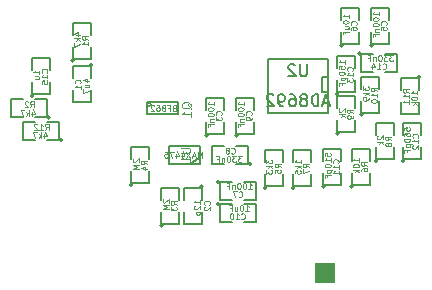
<source format=gbr>
%TF.GenerationSoftware,KiCad,Pcbnew,6.0.11+dfsg-1~bpo11+1*%
%TF.CreationDate,2023-04-12T12:13:45+00:00*%
%TF.ProjectId,PCRD01,50435244-3031-42e6-9b69-6361645f7063,rev?*%
%TF.SameCoordinates,Original*%
%TF.FileFunction,Legend,Bot*%
%TF.FilePolarity,Positive*%
%FSLAX46Y46*%
G04 Gerber Fmt 4.6, Leading zero omitted, Abs format (unit mm)*
G04 Created by KiCad (PCBNEW 6.0.11+dfsg-1~bpo11+1) date 2023-04-12 12:13:45*
%MOMM*%
%LPD*%
G01*
G04 APERTURE LIST*
%ADD10C,0.109220*%
%ADD11C,0.150000*%
%ADD12C,0.076200*%
%ADD13C,0.119380*%
%ADD14C,0.099060*%
%ADD15R,1.651000X1.651000*%
G04 APERTURE END LIST*
D10*
%TO.C,C1*%
X147431207Y-86053603D02*
X147455034Y-86029775D01*
X147478862Y-85958292D01*
X147478862Y-85910637D01*
X147455034Y-85839154D01*
X147407379Y-85791499D01*
X147359724Y-85767671D01*
X147264413Y-85743844D01*
X147192930Y-85743844D01*
X147097620Y-85767671D01*
X147049965Y-85791499D01*
X147002310Y-85839154D01*
X146978482Y-85910637D01*
X146978482Y-85958292D01*
X147002310Y-86029775D01*
X147026137Y-86053603D01*
X147478862Y-86530155D02*
X147478862Y-86244224D01*
X147478862Y-86387190D02*
X146978482Y-86387190D01*
X147049965Y-86339534D01*
X147097620Y-86291879D01*
X147121448Y-86244224D01*
X147843775Y-85894671D02*
X148177362Y-85894671D01*
X147653154Y-85775533D02*
X148010569Y-85656395D01*
X148010569Y-85966154D01*
X147843775Y-86371224D02*
X148177362Y-86371224D01*
X147843775Y-86156775D02*
X148105879Y-86156775D01*
X148153534Y-86180603D01*
X148177362Y-86228258D01*
X148177362Y-86299741D01*
X148153534Y-86347396D01*
X148129707Y-86371224D01*
X147676982Y-86561845D02*
X147676982Y-86895431D01*
X148177362Y-86680983D01*
%TO.C,C2*%
X158365907Y-96315203D02*
X158389734Y-96291375D01*
X158413562Y-96219892D01*
X158413562Y-96172237D01*
X158389734Y-96100754D01*
X158342079Y-96053099D01*
X158294424Y-96029271D01*
X158199113Y-96005444D01*
X158127630Y-96005444D01*
X158032320Y-96029271D01*
X157984665Y-96053099D01*
X157937010Y-96100754D01*
X157913182Y-96172237D01*
X157913182Y-96219892D01*
X157937010Y-96291375D01*
X157960837Y-96315203D01*
X157960837Y-96505824D02*
X157937010Y-96529651D01*
X157913182Y-96577307D01*
X157913182Y-96696445D01*
X157937010Y-96744100D01*
X157960837Y-96767928D01*
X158008492Y-96791755D01*
X158056148Y-96791755D01*
X158127630Y-96767928D01*
X158413562Y-96481996D01*
X158413562Y-96791755D01*
X157575362Y-96229327D02*
X157575362Y-95943395D01*
X157575362Y-96086361D02*
X157074982Y-96086361D01*
X157146465Y-96038706D01*
X157194120Y-95991050D01*
X157217948Y-95943395D01*
X157122637Y-96419948D02*
X157098810Y-96443775D01*
X157074982Y-96491430D01*
X157074982Y-96610569D01*
X157098810Y-96658224D01*
X157122637Y-96682051D01*
X157170292Y-96705879D01*
X157217948Y-96705879D01*
X157289430Y-96682051D01*
X157575362Y-96396120D01*
X157575362Y-96705879D01*
X157241775Y-96920328D02*
X157742155Y-96920328D01*
X157265603Y-96920328D02*
X157241775Y-96967983D01*
X157241775Y-97063293D01*
X157265603Y-97110949D01*
X157289430Y-97134776D01*
X157337086Y-97158604D01*
X157480051Y-97158604D01*
X157527707Y-97134776D01*
X157551534Y-97110949D01*
X157575362Y-97063293D01*
X157575362Y-96967983D01*
X157551534Y-96920328D01*
%TO.C,C3*%
X159369207Y-88720603D02*
X159393034Y-88696775D01*
X159416862Y-88625292D01*
X159416862Y-88577637D01*
X159393034Y-88506154D01*
X159345379Y-88458499D01*
X159297724Y-88434671D01*
X159202413Y-88410844D01*
X159130930Y-88410844D01*
X159035620Y-88434671D01*
X158987965Y-88458499D01*
X158940310Y-88506154D01*
X158916482Y-88577637D01*
X158916482Y-88625292D01*
X158940310Y-88696775D01*
X158964137Y-88720603D01*
X158916482Y-88887396D02*
X158916482Y-89197155D01*
X159107103Y-89030362D01*
X159107103Y-89101845D01*
X159130930Y-89149500D01*
X159154758Y-89173328D01*
X159202413Y-89197155D01*
X159321551Y-89197155D01*
X159369207Y-89173328D01*
X159393034Y-89149500D01*
X159416862Y-89101845D01*
X159416862Y-88958879D01*
X159393034Y-88911224D01*
X159369207Y-88887396D01*
X158718362Y-87902602D02*
X158718362Y-87616670D01*
X158718362Y-87759636D02*
X158217982Y-87759636D01*
X158289465Y-87711981D01*
X158337120Y-87664326D01*
X158360948Y-87616670D01*
X158217982Y-88212361D02*
X158217982Y-88260016D01*
X158241810Y-88307671D01*
X158265637Y-88331499D01*
X158313292Y-88355327D01*
X158408603Y-88379154D01*
X158527741Y-88379154D01*
X158623051Y-88355327D01*
X158670707Y-88331499D01*
X158694534Y-88307671D01*
X158718362Y-88260016D01*
X158718362Y-88212361D01*
X158694534Y-88164706D01*
X158670707Y-88140878D01*
X158623051Y-88117050D01*
X158527741Y-88093223D01*
X158408603Y-88093223D01*
X158313292Y-88117050D01*
X158265637Y-88140878D01*
X158241810Y-88164706D01*
X158217982Y-88212361D01*
X158217982Y-88688913D02*
X158217982Y-88736569D01*
X158241810Y-88784224D01*
X158265637Y-88808051D01*
X158313292Y-88831879D01*
X158408603Y-88855707D01*
X158527741Y-88855707D01*
X158623051Y-88831879D01*
X158670707Y-88808051D01*
X158694534Y-88784224D01*
X158718362Y-88736569D01*
X158718362Y-88688913D01*
X158694534Y-88641258D01*
X158670707Y-88617430D01*
X158623051Y-88593603D01*
X158527741Y-88569775D01*
X158408603Y-88569775D01*
X158313292Y-88593603D01*
X158265637Y-88617430D01*
X158241810Y-88641258D01*
X158217982Y-88688913D01*
X158384775Y-89070155D02*
X158718362Y-89070155D01*
X158432430Y-89070155D02*
X158408603Y-89093983D01*
X158384775Y-89141638D01*
X158384775Y-89213121D01*
X158408603Y-89260776D01*
X158456258Y-89284604D01*
X158718362Y-89284604D01*
X158456258Y-89689673D02*
X158456258Y-89522880D01*
X158718362Y-89522880D02*
X158217982Y-89522880D01*
X158217982Y-89761156D01*
%TO.C,C5*%
X173339207Y-81100603D02*
X173363034Y-81076775D01*
X173386862Y-81005292D01*
X173386862Y-80957637D01*
X173363034Y-80886154D01*
X173315379Y-80838499D01*
X173267724Y-80814671D01*
X173172413Y-80790844D01*
X173100930Y-80790844D01*
X173005620Y-80814671D01*
X172957965Y-80838499D01*
X172910310Y-80886154D01*
X172886482Y-80957637D01*
X172886482Y-81005292D01*
X172910310Y-81076775D01*
X172934137Y-81100603D01*
X172886482Y-81553328D02*
X172886482Y-81315051D01*
X173124758Y-81291224D01*
X173100930Y-81315051D01*
X173077103Y-81362707D01*
X173077103Y-81481845D01*
X173100930Y-81529500D01*
X173124758Y-81553328D01*
X173172413Y-81577155D01*
X173291551Y-81577155D01*
X173339207Y-81553328D01*
X173363034Y-81529500D01*
X173386862Y-81481845D01*
X173386862Y-81362707D01*
X173363034Y-81315051D01*
X173339207Y-81291224D01*
X172688362Y-80282602D02*
X172688362Y-79996670D01*
X172688362Y-80139636D02*
X172187982Y-80139636D01*
X172259465Y-80091981D01*
X172307120Y-80044326D01*
X172330948Y-79996670D01*
X172187982Y-80592361D02*
X172187982Y-80640016D01*
X172211810Y-80687671D01*
X172235637Y-80711499D01*
X172283292Y-80735327D01*
X172378603Y-80759154D01*
X172497741Y-80759154D01*
X172593051Y-80735327D01*
X172640707Y-80711499D01*
X172664534Y-80687671D01*
X172688362Y-80640016D01*
X172688362Y-80592361D01*
X172664534Y-80544706D01*
X172640707Y-80520878D01*
X172593051Y-80497050D01*
X172497741Y-80473223D01*
X172378603Y-80473223D01*
X172283292Y-80497050D01*
X172235637Y-80520878D01*
X172211810Y-80544706D01*
X172187982Y-80592361D01*
X172187982Y-81068913D02*
X172187982Y-81116569D01*
X172211810Y-81164224D01*
X172235637Y-81188051D01*
X172283292Y-81211879D01*
X172378603Y-81235707D01*
X172497741Y-81235707D01*
X172593051Y-81211879D01*
X172640707Y-81188051D01*
X172664534Y-81164224D01*
X172688362Y-81116569D01*
X172688362Y-81068913D01*
X172664534Y-81021258D01*
X172640707Y-80997430D01*
X172593051Y-80973603D01*
X172497741Y-80949775D01*
X172378603Y-80949775D01*
X172283292Y-80973603D01*
X172235637Y-80997430D01*
X172211810Y-81021258D01*
X172187982Y-81068913D01*
X172354775Y-81450155D02*
X172688362Y-81450155D01*
X172402430Y-81450155D02*
X172378603Y-81473983D01*
X172354775Y-81521638D01*
X172354775Y-81593121D01*
X172378603Y-81640776D01*
X172426258Y-81664604D01*
X172688362Y-81664604D01*
X172426258Y-82069673D02*
X172426258Y-81902880D01*
X172688362Y-81902880D02*
X172187982Y-81902880D01*
X172187982Y-82141156D01*
%TO.C,C6*%
X170799207Y-81100603D02*
X170823034Y-81076775D01*
X170846862Y-81005292D01*
X170846862Y-80957637D01*
X170823034Y-80886154D01*
X170775379Y-80838499D01*
X170727724Y-80814671D01*
X170632413Y-80790844D01*
X170560930Y-80790844D01*
X170465620Y-80814671D01*
X170417965Y-80838499D01*
X170370310Y-80886154D01*
X170346482Y-80957637D01*
X170346482Y-81005292D01*
X170370310Y-81076775D01*
X170394137Y-81100603D01*
X170346482Y-81529500D02*
X170346482Y-81434190D01*
X170370310Y-81386534D01*
X170394137Y-81362707D01*
X170465620Y-81315051D01*
X170560930Y-81291224D01*
X170751551Y-81291224D01*
X170799207Y-81315051D01*
X170823034Y-81338879D01*
X170846862Y-81386534D01*
X170846862Y-81481845D01*
X170823034Y-81529500D01*
X170799207Y-81553328D01*
X170751551Y-81577155D01*
X170632413Y-81577155D01*
X170584758Y-81553328D01*
X170560930Y-81529500D01*
X170537103Y-81481845D01*
X170537103Y-81386534D01*
X170560930Y-81338879D01*
X170584758Y-81315051D01*
X170632413Y-81291224D01*
X170148362Y-80520878D02*
X170148362Y-80234947D01*
X170148362Y-80377912D02*
X169647982Y-80377912D01*
X169719465Y-80330257D01*
X169767120Y-80282602D01*
X169790948Y-80234947D01*
X169647982Y-80830637D02*
X169647982Y-80878292D01*
X169671810Y-80925948D01*
X169695637Y-80949775D01*
X169743292Y-80973603D01*
X169838603Y-80997430D01*
X169957741Y-80997430D01*
X170053051Y-80973603D01*
X170100707Y-80949775D01*
X170124534Y-80925948D01*
X170148362Y-80878292D01*
X170148362Y-80830637D01*
X170124534Y-80782982D01*
X170100707Y-80759154D01*
X170053051Y-80735327D01*
X169957741Y-80711499D01*
X169838603Y-80711499D01*
X169743292Y-80735327D01*
X169695637Y-80759154D01*
X169671810Y-80782982D01*
X169647982Y-80830637D01*
X169814775Y-81426328D02*
X170148362Y-81426328D01*
X169814775Y-81211879D02*
X170076879Y-81211879D01*
X170124534Y-81235707D01*
X170148362Y-81283362D01*
X170148362Y-81354845D01*
X170124534Y-81402500D01*
X170100707Y-81426328D01*
X169886258Y-81831397D02*
X169886258Y-81664604D01*
X170148362Y-81664604D02*
X169647982Y-81664604D01*
X169647982Y-81902880D01*
%TO.C,C10*%
X161074272Y-97504407D02*
X161098100Y-97528234D01*
X161169583Y-97552062D01*
X161217238Y-97552062D01*
X161288721Y-97528234D01*
X161336376Y-97480579D01*
X161360204Y-97432924D01*
X161384031Y-97337613D01*
X161384031Y-97266130D01*
X161360204Y-97170820D01*
X161336376Y-97123165D01*
X161288721Y-97075510D01*
X161217238Y-97051682D01*
X161169583Y-97051682D01*
X161098100Y-97075510D01*
X161074272Y-97099337D01*
X160597720Y-97552062D02*
X160883651Y-97552062D01*
X160740686Y-97552062D02*
X160740686Y-97051682D01*
X160788341Y-97123165D01*
X160835996Y-97170820D01*
X160883651Y-97194648D01*
X160287961Y-97051682D02*
X160240306Y-97051682D01*
X160192650Y-97075510D01*
X160168823Y-97099337D01*
X160144995Y-97146992D01*
X160121168Y-97242303D01*
X160121168Y-97361441D01*
X160144995Y-97456751D01*
X160168823Y-97504407D01*
X160192650Y-97528234D01*
X160240306Y-97552062D01*
X160287961Y-97552062D01*
X160335616Y-97528234D01*
X160359444Y-97504407D01*
X160383271Y-97456751D01*
X160407099Y-97361441D01*
X160407099Y-97242303D01*
X160383271Y-97146992D01*
X160359444Y-97099337D01*
X160335616Y-97075510D01*
X160287961Y-97051682D01*
X161415721Y-96853562D02*
X161701652Y-96853562D01*
X161558687Y-96853562D02*
X161558687Y-96353182D01*
X161606342Y-96424665D01*
X161653997Y-96472320D01*
X161701652Y-96496148D01*
X161105962Y-96353182D02*
X161058307Y-96353182D01*
X161010651Y-96377010D01*
X160986824Y-96400837D01*
X160962996Y-96448492D01*
X160939169Y-96543803D01*
X160939169Y-96662941D01*
X160962996Y-96758251D01*
X160986824Y-96805907D01*
X161010651Y-96829734D01*
X161058307Y-96853562D01*
X161105962Y-96853562D01*
X161153617Y-96829734D01*
X161177445Y-96805907D01*
X161201272Y-96758251D01*
X161225100Y-96662941D01*
X161225100Y-96543803D01*
X161201272Y-96448492D01*
X161177445Y-96400837D01*
X161153617Y-96377010D01*
X161105962Y-96353182D01*
X160510271Y-96519975D02*
X160510271Y-96853562D01*
X160724720Y-96519975D02*
X160724720Y-96782079D01*
X160700892Y-96829734D01*
X160653237Y-96853562D01*
X160581754Y-96853562D01*
X160534099Y-96829734D01*
X160510271Y-96805907D01*
X160105202Y-96591458D02*
X160271995Y-96591458D01*
X160271995Y-96853562D02*
X160271995Y-96353182D01*
X160033719Y-96353182D01*
%TO.C,C12*%
X176006207Y-90641327D02*
X176030034Y-90617499D01*
X176053862Y-90546016D01*
X176053862Y-90498361D01*
X176030034Y-90426878D01*
X175982379Y-90379223D01*
X175934724Y-90355395D01*
X175839413Y-90331568D01*
X175767930Y-90331568D01*
X175672620Y-90355395D01*
X175624965Y-90379223D01*
X175577310Y-90426878D01*
X175553482Y-90498361D01*
X175553482Y-90546016D01*
X175577310Y-90617499D01*
X175601137Y-90641327D01*
X176053862Y-91117879D02*
X176053862Y-90831948D01*
X176053862Y-90974913D02*
X175553482Y-90974913D01*
X175624965Y-90927258D01*
X175672620Y-90879603D01*
X175696448Y-90831948D01*
X175601137Y-91308500D02*
X175577310Y-91332328D01*
X175553482Y-91379983D01*
X175553482Y-91499121D01*
X175577310Y-91546776D01*
X175601137Y-91570604D01*
X175648792Y-91594431D01*
X175696448Y-91594431D01*
X175767930Y-91570604D01*
X176053862Y-91284672D01*
X176053862Y-91594431D01*
X174854982Y-90037774D02*
X174854982Y-89799498D01*
X175093258Y-89775670D01*
X175069430Y-89799498D01*
X175045603Y-89847153D01*
X175045603Y-89966291D01*
X175069430Y-90013947D01*
X175093258Y-90037774D01*
X175140913Y-90061602D01*
X175260051Y-90061602D01*
X175307707Y-90037774D01*
X175331534Y-90013947D01*
X175355362Y-89966291D01*
X175355362Y-89847153D01*
X175331534Y-89799498D01*
X175307707Y-89775670D01*
X174854982Y-90490499D02*
X174854982Y-90395189D01*
X174878810Y-90347533D01*
X174902637Y-90323706D01*
X174974120Y-90276050D01*
X175069430Y-90252223D01*
X175260051Y-90252223D01*
X175307707Y-90276050D01*
X175331534Y-90299878D01*
X175355362Y-90347533D01*
X175355362Y-90442844D01*
X175331534Y-90490499D01*
X175307707Y-90514327D01*
X175260051Y-90538154D01*
X175140913Y-90538154D01*
X175093258Y-90514327D01*
X175069430Y-90490499D01*
X175045603Y-90442844D01*
X175045603Y-90347533D01*
X175069430Y-90299878D01*
X175093258Y-90276050D01*
X175140913Y-90252223D01*
X174854982Y-90847913D02*
X174854982Y-90895569D01*
X174878810Y-90943224D01*
X174902637Y-90967051D01*
X174950292Y-90990879D01*
X175045603Y-91014707D01*
X175164741Y-91014707D01*
X175260051Y-90990879D01*
X175307707Y-90967051D01*
X175331534Y-90943224D01*
X175355362Y-90895569D01*
X175355362Y-90847913D01*
X175331534Y-90800258D01*
X175307707Y-90776430D01*
X175260051Y-90752603D01*
X175164741Y-90728775D01*
X175045603Y-90728775D01*
X174950292Y-90752603D01*
X174902637Y-90776430D01*
X174878810Y-90800258D01*
X174854982Y-90847913D01*
X175021775Y-91229155D02*
X175522155Y-91229155D01*
X175045603Y-91229155D02*
X175021775Y-91276810D01*
X175021775Y-91372121D01*
X175045603Y-91419776D01*
X175069430Y-91443604D01*
X175117086Y-91467431D01*
X175260051Y-91467431D01*
X175307707Y-91443604D01*
X175331534Y-91419776D01*
X175355362Y-91372121D01*
X175355362Y-91276810D01*
X175331534Y-91229155D01*
X175093258Y-91848673D02*
X175093258Y-91681880D01*
X175355362Y-91681880D02*
X174854982Y-91681880D01*
X174854982Y-91920156D01*
%TO.C,C14*%
X173037672Y-84804407D02*
X173061500Y-84828234D01*
X173132983Y-84852062D01*
X173180638Y-84852062D01*
X173252121Y-84828234D01*
X173299776Y-84780579D01*
X173323604Y-84732924D01*
X173347431Y-84637613D01*
X173347431Y-84566130D01*
X173323604Y-84470820D01*
X173299776Y-84423165D01*
X173252121Y-84375510D01*
X173180638Y-84351682D01*
X173132983Y-84351682D01*
X173061500Y-84375510D01*
X173037672Y-84399337D01*
X172561120Y-84852062D02*
X172847051Y-84852062D01*
X172704086Y-84852062D02*
X172704086Y-84351682D01*
X172751741Y-84423165D01*
X172799396Y-84470820D01*
X172847051Y-84494648D01*
X172132223Y-84518475D02*
X172132223Y-84852062D01*
X172251361Y-84327854D02*
X172370499Y-84685269D01*
X172060740Y-84685269D01*
X173927156Y-83653182D02*
X173617397Y-83653182D01*
X173784190Y-83843803D01*
X173712708Y-83843803D01*
X173665052Y-83867630D01*
X173641225Y-83891458D01*
X173617397Y-83939113D01*
X173617397Y-84058251D01*
X173641225Y-84105907D01*
X173665052Y-84129734D01*
X173712708Y-84153562D01*
X173855673Y-84153562D01*
X173903329Y-84129734D01*
X173927156Y-84105907D01*
X173450604Y-83653182D02*
X173140845Y-83653182D01*
X173307638Y-83843803D01*
X173236155Y-83843803D01*
X173188500Y-83867630D01*
X173164672Y-83891458D01*
X173140845Y-83939113D01*
X173140845Y-84058251D01*
X173164672Y-84105907D01*
X173188500Y-84129734D01*
X173236155Y-84153562D01*
X173379121Y-84153562D01*
X173426776Y-84129734D01*
X173450604Y-84105907D01*
X172831086Y-83653182D02*
X172783430Y-83653182D01*
X172735775Y-83677010D01*
X172711948Y-83700837D01*
X172688120Y-83748492D01*
X172664292Y-83843803D01*
X172664292Y-83962941D01*
X172688120Y-84058251D01*
X172711948Y-84105907D01*
X172735775Y-84129734D01*
X172783430Y-84153562D01*
X172831086Y-84153562D01*
X172878741Y-84129734D01*
X172902569Y-84105907D01*
X172926396Y-84058251D01*
X172950224Y-83962941D01*
X172950224Y-83843803D01*
X172926396Y-83748492D01*
X172902569Y-83700837D01*
X172878741Y-83677010D01*
X172831086Y-83653182D01*
X172449844Y-83819975D02*
X172449844Y-84153562D01*
X172449844Y-83867630D02*
X172426016Y-83843803D01*
X172378361Y-83819975D01*
X172306878Y-83819975D01*
X172259223Y-83843803D01*
X172235395Y-83891458D01*
X172235395Y-84153562D01*
X171830326Y-83891458D02*
X171997119Y-83891458D01*
X171997119Y-84153562D02*
X171997119Y-83653182D01*
X171758843Y-83653182D01*
%TO.C,R1*%
X148113862Y-82370603D02*
X147875586Y-82203810D01*
X148113862Y-82084671D02*
X147613482Y-82084671D01*
X147613482Y-82275292D01*
X147637310Y-82322948D01*
X147661137Y-82346775D01*
X147708792Y-82370603D01*
X147780275Y-82370603D01*
X147827930Y-82346775D01*
X147851758Y-82322948D01*
X147875586Y-82275292D01*
X147875586Y-82084671D01*
X148113862Y-82847155D02*
X148113862Y-82561224D01*
X148113862Y-82704190D02*
X147613482Y-82704190D01*
X147684965Y-82656534D01*
X147732620Y-82608879D01*
X147756448Y-82561224D01*
X147081775Y-81981499D02*
X147415362Y-81981499D01*
X146891154Y-81862361D02*
X147248569Y-81743223D01*
X147248569Y-82052982D01*
X147415362Y-82243603D02*
X146914982Y-82243603D01*
X147224741Y-82291258D02*
X147415362Y-82434224D01*
X147081775Y-82434224D02*
X147272396Y-82243603D01*
X146914982Y-82601017D02*
X146914982Y-82934604D01*
X147415362Y-82720155D01*
%TO.C,R2*%
X143195696Y-88077862D02*
X143362490Y-87839586D01*
X143481628Y-88077862D02*
X143481628Y-87577482D01*
X143291007Y-87577482D01*
X143243351Y-87601310D01*
X143219524Y-87625137D01*
X143195696Y-87672792D01*
X143195696Y-87744275D01*
X143219524Y-87791930D01*
X143243351Y-87815758D01*
X143291007Y-87839586D01*
X143481628Y-87839586D01*
X143005075Y-87625137D02*
X142981248Y-87601310D01*
X142933592Y-87577482D01*
X142814454Y-87577482D01*
X142766799Y-87601310D01*
X142742971Y-87625137D01*
X142719144Y-87672792D01*
X142719144Y-87720448D01*
X142742971Y-87791930D01*
X143028903Y-88077862D01*
X142719144Y-88077862D01*
X143330800Y-88442775D02*
X143330800Y-88776362D01*
X143449938Y-88252154D02*
X143569076Y-88609569D01*
X143259317Y-88609569D01*
X143068696Y-88776362D02*
X143068696Y-88275982D01*
X143021041Y-88585741D02*
X142878075Y-88776362D01*
X142878075Y-88442775D02*
X143068696Y-88633396D01*
X142711282Y-88275982D02*
X142377695Y-88275982D01*
X142592144Y-88776362D01*
%TO.C,R5*%
X164407962Y-93165603D02*
X164169686Y-92998810D01*
X164407962Y-92879671D02*
X163907582Y-92879671D01*
X163907582Y-93070292D01*
X163931410Y-93117948D01*
X163955237Y-93141775D01*
X164002892Y-93165603D01*
X164074375Y-93165603D01*
X164122030Y-93141775D01*
X164145858Y-93117948D01*
X164169686Y-93070292D01*
X164169686Y-92879671D01*
X163907582Y-93618328D02*
X163907582Y-93380051D01*
X164145858Y-93356224D01*
X164122030Y-93380051D01*
X164098203Y-93427707D01*
X164098203Y-93546845D01*
X164122030Y-93594500D01*
X164145858Y-93618328D01*
X164193513Y-93642155D01*
X164312651Y-93642155D01*
X164360307Y-93618328D01*
X164384134Y-93594500D01*
X164407962Y-93546845D01*
X164407962Y-93427707D01*
X164384134Y-93380051D01*
X164360307Y-93356224D01*
X163170982Y-92514395D02*
X163170982Y-92824154D01*
X163361603Y-92657361D01*
X163361603Y-92728844D01*
X163385430Y-92776499D01*
X163409258Y-92800327D01*
X163456913Y-92824154D01*
X163576051Y-92824154D01*
X163623707Y-92800327D01*
X163647534Y-92776499D01*
X163671362Y-92728844D01*
X163671362Y-92585878D01*
X163647534Y-92538223D01*
X163623707Y-92514395D01*
X163671362Y-93038603D02*
X163170982Y-93038603D01*
X163480741Y-93086258D02*
X163671362Y-93229224D01*
X163337775Y-93229224D02*
X163528396Y-93038603D01*
X163170982Y-93396017D02*
X163170982Y-93705776D01*
X163361603Y-93538983D01*
X163361603Y-93610466D01*
X163385430Y-93658121D01*
X163409258Y-93681949D01*
X163456913Y-93705776D01*
X163576051Y-93705776D01*
X163623707Y-93681949D01*
X163647534Y-93658121D01*
X163671362Y-93610466D01*
X163671362Y-93467500D01*
X163647534Y-93419845D01*
X163623707Y-93396017D01*
%TO.C,R6*%
X171735862Y-93038603D02*
X171497586Y-92871810D01*
X171735862Y-92752671D02*
X171235482Y-92752671D01*
X171235482Y-92943292D01*
X171259310Y-92990948D01*
X171283137Y-93014775D01*
X171330792Y-93038603D01*
X171402275Y-93038603D01*
X171449930Y-93014775D01*
X171473758Y-92990948D01*
X171497586Y-92943292D01*
X171497586Y-92752671D01*
X171235482Y-93467500D02*
X171235482Y-93372190D01*
X171259310Y-93324534D01*
X171283137Y-93300707D01*
X171354620Y-93253051D01*
X171449930Y-93229224D01*
X171640551Y-93229224D01*
X171688207Y-93253051D01*
X171712034Y-93276879D01*
X171735862Y-93324534D01*
X171735862Y-93419845D01*
X171712034Y-93467500D01*
X171688207Y-93491328D01*
X171640551Y-93515155D01*
X171521413Y-93515155D01*
X171473758Y-93491328D01*
X171449930Y-93467500D01*
X171426103Y-93419845D01*
X171426103Y-93324534D01*
X171449930Y-93276879D01*
X171473758Y-93253051D01*
X171521413Y-93229224D01*
X171037362Y-92697154D02*
X171037362Y-92411223D01*
X171037362Y-92554189D02*
X170536982Y-92554189D01*
X170608465Y-92506533D01*
X170656120Y-92458878D01*
X170679948Y-92411223D01*
X170536982Y-93006913D02*
X170536982Y-93054569D01*
X170560810Y-93102224D01*
X170584637Y-93126051D01*
X170632292Y-93149879D01*
X170727603Y-93173707D01*
X170846741Y-93173707D01*
X170942051Y-93149879D01*
X170989707Y-93126051D01*
X171013534Y-93102224D01*
X171037362Y-93054569D01*
X171037362Y-93006913D01*
X171013534Y-92959258D01*
X170989707Y-92935430D01*
X170942051Y-92911603D01*
X170846741Y-92887775D01*
X170727603Y-92887775D01*
X170632292Y-92911603D01*
X170584637Y-92935430D01*
X170560810Y-92959258D01*
X170536982Y-93006913D01*
X171037362Y-93388155D02*
X170536982Y-93388155D01*
X170846741Y-93435810D02*
X171037362Y-93578776D01*
X170703775Y-93578776D02*
X170894396Y-93388155D01*
%TO.C,R7*%
X166782862Y-93165603D02*
X166544586Y-92998810D01*
X166782862Y-92879671D02*
X166282482Y-92879671D01*
X166282482Y-93070292D01*
X166306310Y-93117948D01*
X166330137Y-93141775D01*
X166377792Y-93165603D01*
X166449275Y-93165603D01*
X166496930Y-93141775D01*
X166520758Y-93117948D01*
X166544586Y-93070292D01*
X166544586Y-92879671D01*
X166282482Y-93332396D02*
X166282482Y-93665983D01*
X166782862Y-93451534D01*
X166084362Y-92824154D02*
X166084362Y-92538223D01*
X166084362Y-92681189D02*
X165583982Y-92681189D01*
X165655465Y-92633533D01*
X165703120Y-92585878D01*
X165726948Y-92538223D01*
X166084362Y-93038603D02*
X165583982Y-93038603D01*
X165893741Y-93086258D02*
X166084362Y-93229224D01*
X165750775Y-93229224D02*
X165941396Y-93038603D01*
X165583982Y-93681949D02*
X165583982Y-93443672D01*
X165822258Y-93419845D01*
X165798430Y-93443672D01*
X165774603Y-93491328D01*
X165774603Y-93610466D01*
X165798430Y-93658121D01*
X165822258Y-93681949D01*
X165869913Y-93705776D01*
X165989051Y-93705776D01*
X166036707Y-93681949D01*
X166060534Y-93658121D01*
X166084362Y-93610466D01*
X166084362Y-93491328D01*
X166060534Y-93443672D01*
X166036707Y-93419845D01*
%TO.C,R8*%
X173767862Y-90879603D02*
X173529586Y-90712810D01*
X173767862Y-90593671D02*
X173267482Y-90593671D01*
X173267482Y-90784292D01*
X173291310Y-90831948D01*
X173315137Y-90855775D01*
X173362792Y-90879603D01*
X173434275Y-90879603D01*
X173481930Y-90855775D01*
X173505758Y-90831948D01*
X173529586Y-90784292D01*
X173529586Y-90593671D01*
X173481930Y-91165534D02*
X173458103Y-91117879D01*
X173434275Y-91094051D01*
X173386620Y-91070224D01*
X173362792Y-91070224D01*
X173315137Y-91094051D01*
X173291310Y-91117879D01*
X173267482Y-91165534D01*
X173267482Y-91260845D01*
X173291310Y-91308500D01*
X173315137Y-91332328D01*
X173362792Y-91356155D01*
X173386620Y-91356155D01*
X173434275Y-91332328D01*
X173458103Y-91308500D01*
X173481930Y-91260845D01*
X173481930Y-91165534D01*
X173505758Y-91117879D01*
X173529586Y-91094051D01*
X173577241Y-91070224D01*
X173672551Y-91070224D01*
X173720207Y-91094051D01*
X173744034Y-91117879D01*
X173767862Y-91165534D01*
X173767862Y-91260845D01*
X173744034Y-91308500D01*
X173720207Y-91332328D01*
X173672551Y-91356155D01*
X173577241Y-91356155D01*
X173529586Y-91332328D01*
X173505758Y-91308500D01*
X173481930Y-91260845D01*
X172616637Y-90490499D02*
X172592810Y-90514327D01*
X172568982Y-90561982D01*
X172568982Y-90681120D01*
X172592810Y-90728775D01*
X172616637Y-90752603D01*
X172664292Y-90776430D01*
X172711948Y-90776430D01*
X172783430Y-90752603D01*
X173069362Y-90466671D01*
X173069362Y-90776430D01*
X173069362Y-90990879D02*
X172568982Y-90990879D01*
X172878741Y-91038534D02*
X173069362Y-91181500D01*
X172735775Y-91181500D02*
X172926396Y-90990879D01*
%TO.C,R9*%
X170516662Y-88568203D02*
X170278386Y-88401410D01*
X170516662Y-88282271D02*
X170016282Y-88282271D01*
X170016282Y-88472892D01*
X170040110Y-88520548D01*
X170063937Y-88544375D01*
X170111592Y-88568203D01*
X170183075Y-88568203D01*
X170230730Y-88544375D01*
X170254558Y-88520548D01*
X170278386Y-88472892D01*
X170278386Y-88282271D01*
X170516662Y-88806479D02*
X170516662Y-88901790D01*
X170492834Y-88949445D01*
X170469007Y-88973272D01*
X170397524Y-89020928D01*
X170302213Y-89044755D01*
X170111592Y-89044755D01*
X170063937Y-89020928D01*
X170040110Y-88997100D01*
X170016282Y-88949445D01*
X170016282Y-88854134D01*
X170040110Y-88806479D01*
X170063937Y-88782651D01*
X170111592Y-88758824D01*
X170230730Y-88758824D01*
X170278386Y-88782651D01*
X170302213Y-88806479D01*
X170326041Y-88854134D01*
X170326041Y-88949445D01*
X170302213Y-88997100D01*
X170278386Y-89020928D01*
X170230730Y-89044755D01*
X169365437Y-88179099D02*
X169341610Y-88202927D01*
X169317782Y-88250582D01*
X169317782Y-88369720D01*
X169341610Y-88417375D01*
X169365437Y-88441203D01*
X169413092Y-88465030D01*
X169460748Y-88465030D01*
X169532230Y-88441203D01*
X169818162Y-88155271D01*
X169818162Y-88465030D01*
X169818162Y-88679479D02*
X169317782Y-88679479D01*
X169627541Y-88727134D02*
X169818162Y-88870100D01*
X169484575Y-88870100D02*
X169675196Y-88679479D01*
%TO.C,R11*%
X175266462Y-86831327D02*
X175028186Y-86664533D01*
X175266462Y-86545395D02*
X174766082Y-86545395D01*
X174766082Y-86736016D01*
X174789910Y-86783671D01*
X174813737Y-86807499D01*
X174861392Y-86831327D01*
X174932875Y-86831327D01*
X174980530Y-86807499D01*
X175004358Y-86783671D01*
X175028186Y-86736016D01*
X175028186Y-86545395D01*
X175266462Y-87307879D02*
X175266462Y-87021948D01*
X175266462Y-87164913D02*
X174766082Y-87164913D01*
X174837565Y-87117258D01*
X174885220Y-87069603D01*
X174909048Y-87021948D01*
X175266462Y-87784431D02*
X175266462Y-87498500D01*
X175266462Y-87641466D02*
X174766082Y-87641466D01*
X174837565Y-87593810D01*
X174885220Y-87546155D01*
X174909048Y-87498500D01*
X175964962Y-86982154D02*
X175964962Y-86696223D01*
X175964962Y-86839189D02*
X175464582Y-86839189D01*
X175536065Y-86791533D01*
X175583720Y-86743878D01*
X175607548Y-86696223D01*
X175464582Y-87291913D02*
X175464582Y-87339569D01*
X175488410Y-87387224D01*
X175512237Y-87411051D01*
X175559892Y-87434879D01*
X175655203Y-87458707D01*
X175774341Y-87458707D01*
X175869651Y-87434879D01*
X175917307Y-87411051D01*
X175941134Y-87387224D01*
X175964962Y-87339569D01*
X175964962Y-87291913D01*
X175941134Y-87244258D01*
X175917307Y-87220430D01*
X175869651Y-87196603D01*
X175774341Y-87172775D01*
X175655203Y-87172775D01*
X175559892Y-87196603D01*
X175512237Y-87220430D01*
X175488410Y-87244258D01*
X175464582Y-87291913D01*
X175964962Y-87673155D02*
X175464582Y-87673155D01*
X175774341Y-87720810D02*
X175964962Y-87863776D01*
X175631375Y-87863776D02*
X175821996Y-87673155D01*
%TO.C,C11*%
X169275207Y-92800327D02*
X169299034Y-92776499D01*
X169322862Y-92705016D01*
X169322862Y-92657361D01*
X169299034Y-92585878D01*
X169251379Y-92538223D01*
X169203724Y-92514395D01*
X169108413Y-92490568D01*
X169036930Y-92490568D01*
X168941620Y-92514395D01*
X168893965Y-92538223D01*
X168846310Y-92585878D01*
X168822482Y-92657361D01*
X168822482Y-92705016D01*
X168846310Y-92776499D01*
X168870137Y-92800327D01*
X169322862Y-93276879D02*
X169322862Y-92990948D01*
X169322862Y-93133913D02*
X168822482Y-93133913D01*
X168893965Y-93086258D01*
X168941620Y-93038603D01*
X168965448Y-92990948D01*
X169322862Y-93753431D02*
X169322862Y-93467500D01*
X169322862Y-93610466D02*
X168822482Y-93610466D01*
X168893965Y-93562810D01*
X168941620Y-93515155D01*
X168965448Y-93467500D01*
X168123982Y-92196774D02*
X168123982Y-91958498D01*
X168362258Y-91934670D01*
X168338430Y-91958498D01*
X168314603Y-92006153D01*
X168314603Y-92125291D01*
X168338430Y-92172947D01*
X168362258Y-92196774D01*
X168409913Y-92220602D01*
X168529051Y-92220602D01*
X168576707Y-92196774D01*
X168600534Y-92172947D01*
X168624362Y-92125291D01*
X168624362Y-92006153D01*
X168600534Y-91958498D01*
X168576707Y-91934670D01*
X168624362Y-92697154D02*
X168624362Y-92411223D01*
X168624362Y-92554189D02*
X168123982Y-92554189D01*
X168195465Y-92506533D01*
X168243120Y-92458878D01*
X168266948Y-92411223D01*
X168123982Y-93006913D02*
X168123982Y-93054569D01*
X168147810Y-93102224D01*
X168171637Y-93126051D01*
X168219292Y-93149879D01*
X168314603Y-93173707D01*
X168433741Y-93173707D01*
X168529051Y-93149879D01*
X168576707Y-93126051D01*
X168600534Y-93102224D01*
X168624362Y-93054569D01*
X168624362Y-93006913D01*
X168600534Y-92959258D01*
X168576707Y-92935430D01*
X168529051Y-92911603D01*
X168433741Y-92887775D01*
X168314603Y-92887775D01*
X168219292Y-92911603D01*
X168171637Y-92935430D01*
X168147810Y-92959258D01*
X168123982Y-93006913D01*
X168290775Y-93388155D02*
X168791155Y-93388155D01*
X168314603Y-93388155D02*
X168290775Y-93435810D01*
X168290775Y-93531121D01*
X168314603Y-93578776D01*
X168338430Y-93602604D01*
X168386086Y-93626431D01*
X168529051Y-93626431D01*
X168576707Y-93602604D01*
X168600534Y-93578776D01*
X168624362Y-93531121D01*
X168624362Y-93435810D01*
X168600534Y-93388155D01*
X168362258Y-94007673D02*
X168362258Y-93840880D01*
X168624362Y-93840880D02*
X168123982Y-93840880D01*
X168123982Y-94079156D01*
%TO.C,C9*%
X161909207Y-88720603D02*
X161933034Y-88696775D01*
X161956862Y-88625292D01*
X161956862Y-88577637D01*
X161933034Y-88506154D01*
X161885379Y-88458499D01*
X161837724Y-88434671D01*
X161742413Y-88410844D01*
X161670930Y-88410844D01*
X161575620Y-88434671D01*
X161527965Y-88458499D01*
X161480310Y-88506154D01*
X161456482Y-88577637D01*
X161456482Y-88625292D01*
X161480310Y-88696775D01*
X161504137Y-88720603D01*
X161956862Y-88958879D02*
X161956862Y-89054190D01*
X161933034Y-89101845D01*
X161909207Y-89125672D01*
X161837724Y-89173328D01*
X161742413Y-89197155D01*
X161551792Y-89197155D01*
X161504137Y-89173328D01*
X161480310Y-89149500D01*
X161456482Y-89101845D01*
X161456482Y-89006534D01*
X161480310Y-88958879D01*
X161504137Y-88935051D01*
X161551792Y-88911224D01*
X161670930Y-88911224D01*
X161718586Y-88935051D01*
X161742413Y-88958879D01*
X161766241Y-89006534D01*
X161766241Y-89101845D01*
X161742413Y-89149500D01*
X161718586Y-89173328D01*
X161670930Y-89197155D01*
X161258362Y-87902602D02*
X161258362Y-87616670D01*
X161258362Y-87759636D02*
X160757982Y-87759636D01*
X160829465Y-87711981D01*
X160877120Y-87664326D01*
X160900948Y-87616670D01*
X160757982Y-88212361D02*
X160757982Y-88260016D01*
X160781810Y-88307671D01*
X160805637Y-88331499D01*
X160853292Y-88355327D01*
X160948603Y-88379154D01*
X161067741Y-88379154D01*
X161163051Y-88355327D01*
X161210707Y-88331499D01*
X161234534Y-88307671D01*
X161258362Y-88260016D01*
X161258362Y-88212361D01*
X161234534Y-88164706D01*
X161210707Y-88140878D01*
X161163051Y-88117050D01*
X161067741Y-88093223D01*
X160948603Y-88093223D01*
X160853292Y-88117050D01*
X160805637Y-88140878D01*
X160781810Y-88164706D01*
X160757982Y-88212361D01*
X160757982Y-88688913D02*
X160757982Y-88736569D01*
X160781810Y-88784224D01*
X160805637Y-88808051D01*
X160853292Y-88831879D01*
X160948603Y-88855707D01*
X161067741Y-88855707D01*
X161163051Y-88831879D01*
X161210707Y-88808051D01*
X161234534Y-88784224D01*
X161258362Y-88736569D01*
X161258362Y-88688913D01*
X161234534Y-88641258D01*
X161210707Y-88617430D01*
X161163051Y-88593603D01*
X161067741Y-88569775D01*
X160948603Y-88569775D01*
X160853292Y-88593603D01*
X160805637Y-88617430D01*
X160781810Y-88641258D01*
X160757982Y-88688913D01*
X160924775Y-89070155D02*
X161258362Y-89070155D01*
X160972430Y-89070155D02*
X160948603Y-89093983D01*
X160924775Y-89141638D01*
X160924775Y-89213121D01*
X160948603Y-89260776D01*
X160996258Y-89284604D01*
X161258362Y-89284604D01*
X160996258Y-89689673D02*
X160996258Y-89522880D01*
X161258362Y-89522880D02*
X160757982Y-89522880D01*
X160757982Y-89761156D01*
%TO.C,C8*%
X160226396Y-91967207D02*
X160250224Y-91991034D01*
X160321707Y-92014862D01*
X160369362Y-92014862D01*
X160440845Y-91991034D01*
X160488500Y-91943379D01*
X160512328Y-91895724D01*
X160536155Y-91800413D01*
X160536155Y-91728930D01*
X160512328Y-91633620D01*
X160488500Y-91585965D01*
X160440845Y-91538310D01*
X160369362Y-91514482D01*
X160321707Y-91514482D01*
X160250224Y-91538310D01*
X160226396Y-91562137D01*
X159940465Y-91728930D02*
X159988120Y-91705103D01*
X160011948Y-91681275D01*
X160035775Y-91633620D01*
X160035775Y-91609792D01*
X160011948Y-91562137D01*
X159988120Y-91538310D01*
X159940465Y-91514482D01*
X159845154Y-91514482D01*
X159797499Y-91538310D01*
X159773671Y-91562137D01*
X159749844Y-91609792D01*
X159749844Y-91633620D01*
X159773671Y-91681275D01*
X159797499Y-91705103D01*
X159845154Y-91728930D01*
X159940465Y-91728930D01*
X159988120Y-91752758D01*
X160011948Y-91776586D01*
X160035775Y-91824241D01*
X160035775Y-91919551D01*
X160011948Y-91967207D01*
X159988120Y-91991034D01*
X159940465Y-92014862D01*
X159845154Y-92014862D01*
X159797499Y-91991034D01*
X159773671Y-91967207D01*
X159749844Y-91919551D01*
X159749844Y-91824241D01*
X159773671Y-91776586D01*
X159797499Y-91752758D01*
X159845154Y-91728930D01*
X161100156Y-92212982D02*
X160790397Y-92212982D01*
X160957190Y-92403603D01*
X160885708Y-92403603D01*
X160838052Y-92427430D01*
X160814225Y-92451258D01*
X160790397Y-92498913D01*
X160790397Y-92618051D01*
X160814225Y-92665707D01*
X160838052Y-92689534D01*
X160885708Y-92713362D01*
X161028673Y-92713362D01*
X161076329Y-92689534D01*
X161100156Y-92665707D01*
X160623604Y-92212982D02*
X160313845Y-92212982D01*
X160480638Y-92403603D01*
X160409155Y-92403603D01*
X160361500Y-92427430D01*
X160337672Y-92451258D01*
X160313845Y-92498913D01*
X160313845Y-92618051D01*
X160337672Y-92665707D01*
X160361500Y-92689534D01*
X160409155Y-92713362D01*
X160552121Y-92713362D01*
X160599776Y-92689534D01*
X160623604Y-92665707D01*
X160004086Y-92212982D02*
X159956430Y-92212982D01*
X159908775Y-92236810D01*
X159884948Y-92260637D01*
X159861120Y-92308292D01*
X159837292Y-92403603D01*
X159837292Y-92522741D01*
X159861120Y-92618051D01*
X159884948Y-92665707D01*
X159908775Y-92689534D01*
X159956430Y-92713362D01*
X160004086Y-92713362D01*
X160051741Y-92689534D01*
X160075569Y-92665707D01*
X160099396Y-92618051D01*
X160123224Y-92522741D01*
X160123224Y-92403603D01*
X160099396Y-92308292D01*
X160075569Y-92260637D01*
X160051741Y-92236810D01*
X160004086Y-92212982D01*
X159622844Y-92379775D02*
X159622844Y-92713362D01*
X159622844Y-92427430D02*
X159599016Y-92403603D01*
X159551361Y-92379775D01*
X159479878Y-92379775D01*
X159432223Y-92403603D01*
X159408395Y-92451258D01*
X159408395Y-92713362D01*
X159003326Y-92451258D02*
X159170119Y-92451258D01*
X159170119Y-92713362D02*
X159170119Y-92212982D01*
X158931843Y-92212982D01*
%TO.C,C13*%
X170469007Y-84977127D02*
X170492834Y-84953299D01*
X170516662Y-84881816D01*
X170516662Y-84834161D01*
X170492834Y-84762678D01*
X170445179Y-84715023D01*
X170397524Y-84691195D01*
X170302213Y-84667368D01*
X170230730Y-84667368D01*
X170135420Y-84691195D01*
X170087765Y-84715023D01*
X170040110Y-84762678D01*
X170016282Y-84834161D01*
X170016282Y-84881816D01*
X170040110Y-84953299D01*
X170063937Y-84977127D01*
X170516662Y-85453679D02*
X170516662Y-85167748D01*
X170516662Y-85310713D02*
X170016282Y-85310713D01*
X170087765Y-85263058D01*
X170135420Y-85215403D01*
X170159248Y-85167748D01*
X170016282Y-85620472D02*
X170016282Y-85930231D01*
X170206903Y-85763438D01*
X170206903Y-85834921D01*
X170230730Y-85882576D01*
X170254558Y-85906404D01*
X170302213Y-85930231D01*
X170421351Y-85930231D01*
X170469007Y-85906404D01*
X170492834Y-85882576D01*
X170516662Y-85834921D01*
X170516662Y-85691955D01*
X170492834Y-85644300D01*
X170469007Y-85620472D01*
X169818162Y-84397402D02*
X169818162Y-84111470D01*
X169818162Y-84254436D02*
X169317782Y-84254436D01*
X169389265Y-84206781D01*
X169436920Y-84159126D01*
X169460748Y-84111470D01*
X169317782Y-84850127D02*
X169317782Y-84611850D01*
X169556058Y-84588023D01*
X169532230Y-84611850D01*
X169508403Y-84659506D01*
X169508403Y-84778644D01*
X169532230Y-84826299D01*
X169556058Y-84850127D01*
X169603713Y-84873954D01*
X169722851Y-84873954D01*
X169770507Y-84850127D01*
X169794334Y-84826299D01*
X169818162Y-84778644D01*
X169818162Y-84659506D01*
X169794334Y-84611850D01*
X169770507Y-84588023D01*
X169317782Y-85183713D02*
X169317782Y-85231369D01*
X169341610Y-85279024D01*
X169365437Y-85302851D01*
X169413092Y-85326679D01*
X169508403Y-85350507D01*
X169627541Y-85350507D01*
X169722851Y-85326679D01*
X169770507Y-85302851D01*
X169794334Y-85279024D01*
X169818162Y-85231369D01*
X169818162Y-85183713D01*
X169794334Y-85136058D01*
X169770507Y-85112230D01*
X169722851Y-85088403D01*
X169627541Y-85064575D01*
X169508403Y-85064575D01*
X169413092Y-85088403D01*
X169365437Y-85112230D01*
X169341610Y-85136058D01*
X169317782Y-85183713D01*
X169484575Y-85564955D02*
X169984955Y-85564955D01*
X169508403Y-85564955D02*
X169484575Y-85612610D01*
X169484575Y-85707921D01*
X169508403Y-85755576D01*
X169532230Y-85779404D01*
X169579886Y-85803231D01*
X169722851Y-85803231D01*
X169770507Y-85779404D01*
X169794334Y-85755576D01*
X169818162Y-85707921D01*
X169818162Y-85612610D01*
X169794334Y-85564955D01*
X169556058Y-86184473D02*
X169556058Y-86017680D01*
X169818162Y-86017680D02*
X169317782Y-86017680D01*
X169317782Y-86255956D01*
%TO.C,R10*%
X172548662Y-86729727D02*
X172310386Y-86562933D01*
X172548662Y-86443795D02*
X172048282Y-86443795D01*
X172048282Y-86634416D01*
X172072110Y-86682071D01*
X172095937Y-86705899D01*
X172143592Y-86729727D01*
X172215075Y-86729727D01*
X172262730Y-86705899D01*
X172286558Y-86682071D01*
X172310386Y-86634416D01*
X172310386Y-86443795D01*
X172548662Y-87206279D02*
X172548662Y-86920348D01*
X172548662Y-87063313D02*
X172048282Y-87063313D01*
X172119765Y-87015658D01*
X172167420Y-86968003D01*
X172191248Y-86920348D01*
X172048282Y-87516038D02*
X172048282Y-87563693D01*
X172072110Y-87611349D01*
X172095937Y-87635176D01*
X172143592Y-87659004D01*
X172238903Y-87682831D01*
X172358041Y-87682831D01*
X172453351Y-87659004D01*
X172501007Y-87635176D01*
X172524834Y-87611349D01*
X172548662Y-87563693D01*
X172548662Y-87516038D01*
X172524834Y-87468383D01*
X172501007Y-87444555D01*
X172453351Y-87420728D01*
X172358041Y-87396900D01*
X172238903Y-87396900D01*
X172143592Y-87420728D01*
X172095937Y-87444555D01*
X172072110Y-87468383D01*
X172048282Y-87516038D01*
X171349782Y-86316795D02*
X171349782Y-86626554D01*
X171540403Y-86459761D01*
X171540403Y-86531244D01*
X171564230Y-86578899D01*
X171588058Y-86602727D01*
X171635713Y-86626554D01*
X171754851Y-86626554D01*
X171802507Y-86602727D01*
X171826334Y-86578899D01*
X171850162Y-86531244D01*
X171850162Y-86388278D01*
X171826334Y-86340623D01*
X171802507Y-86316795D01*
X171850162Y-86841003D02*
X171349782Y-86841003D01*
X171659541Y-86888658D02*
X171850162Y-87031624D01*
X171516575Y-87031624D02*
X171707196Y-86841003D01*
X171850162Y-87269900D02*
X171850162Y-87365210D01*
X171826334Y-87412866D01*
X171802507Y-87436693D01*
X171731024Y-87484349D01*
X171635713Y-87508176D01*
X171445092Y-87508176D01*
X171397437Y-87484349D01*
X171373610Y-87460521D01*
X171349782Y-87412866D01*
X171349782Y-87317555D01*
X171373610Y-87269900D01*
X171397437Y-87246072D01*
X171445092Y-87222245D01*
X171564230Y-87222245D01*
X171611886Y-87246072D01*
X171635713Y-87269900D01*
X171659541Y-87317555D01*
X171659541Y-87412866D01*
X171635713Y-87460521D01*
X171611886Y-87484349D01*
X171564230Y-87508176D01*
%TO.C,C7*%
X160861396Y-95650207D02*
X160885224Y-95674034D01*
X160956707Y-95697862D01*
X161004362Y-95697862D01*
X161075845Y-95674034D01*
X161123500Y-95626379D01*
X161147328Y-95578724D01*
X161171155Y-95483413D01*
X161171155Y-95411930D01*
X161147328Y-95316620D01*
X161123500Y-95268965D01*
X161075845Y-95221310D01*
X161004362Y-95197482D01*
X160956707Y-95197482D01*
X160885224Y-95221310D01*
X160861396Y-95245137D01*
X160694603Y-95197482D02*
X160361016Y-95197482D01*
X160575465Y-95697862D01*
X161679397Y-94999362D02*
X161965329Y-94999362D01*
X161822363Y-94999362D02*
X161822363Y-94498982D01*
X161870018Y-94570465D01*
X161917673Y-94618120D01*
X161965329Y-94641948D01*
X161369638Y-94498982D02*
X161321983Y-94498982D01*
X161274328Y-94522810D01*
X161250500Y-94546637D01*
X161226672Y-94594292D01*
X161202845Y-94689603D01*
X161202845Y-94808741D01*
X161226672Y-94904051D01*
X161250500Y-94951707D01*
X161274328Y-94975534D01*
X161321983Y-94999362D01*
X161369638Y-94999362D01*
X161417293Y-94975534D01*
X161441121Y-94951707D01*
X161464949Y-94904051D01*
X161488776Y-94808741D01*
X161488776Y-94689603D01*
X161464949Y-94594292D01*
X161441121Y-94546637D01*
X161417293Y-94522810D01*
X161369638Y-94498982D01*
X160893086Y-94498982D02*
X160845430Y-94498982D01*
X160797775Y-94522810D01*
X160773948Y-94546637D01*
X160750120Y-94594292D01*
X160726292Y-94689603D01*
X160726292Y-94808741D01*
X160750120Y-94904051D01*
X160773948Y-94951707D01*
X160797775Y-94975534D01*
X160845430Y-94999362D01*
X160893086Y-94999362D01*
X160940741Y-94975534D01*
X160964569Y-94951707D01*
X160988396Y-94904051D01*
X161012224Y-94808741D01*
X161012224Y-94689603D01*
X160988396Y-94594292D01*
X160964569Y-94546637D01*
X160940741Y-94522810D01*
X160893086Y-94498982D01*
X160511844Y-94665775D02*
X160511844Y-94999362D01*
X160511844Y-94713430D02*
X160488016Y-94689603D01*
X160440361Y-94665775D01*
X160368878Y-94665775D01*
X160321223Y-94689603D01*
X160297395Y-94737258D01*
X160297395Y-94999362D01*
X159892326Y-94737258D02*
X160059119Y-94737258D01*
X160059119Y-94999362D02*
X160059119Y-94498982D01*
X159820843Y-94498982D01*
D11*
%TO.C,U2*%
X166619904Y-84446380D02*
X166619904Y-85255904D01*
X166572285Y-85351142D01*
X166524666Y-85398761D01*
X166429428Y-85446380D01*
X166238952Y-85446380D01*
X166143714Y-85398761D01*
X166096095Y-85351142D01*
X166048476Y-85255904D01*
X166048476Y-84446380D01*
X165619904Y-84541619D02*
X165572285Y-84494000D01*
X165477047Y-84446380D01*
X165238952Y-84446380D01*
X165143714Y-84494000D01*
X165096095Y-84541619D01*
X165048476Y-84636857D01*
X165048476Y-84732095D01*
X165096095Y-84874952D01*
X165667523Y-85446380D01*
X165048476Y-85446380D01*
X168500857Y-87700666D02*
X168024666Y-87700666D01*
X168596095Y-87986380D02*
X168262761Y-86986380D01*
X167929428Y-87986380D01*
X167596095Y-87986380D02*
X167596095Y-86986380D01*
X167358000Y-86986380D01*
X167215142Y-87034000D01*
X167119904Y-87129238D01*
X167072285Y-87224476D01*
X167024666Y-87414952D01*
X167024666Y-87557809D01*
X167072285Y-87748285D01*
X167119904Y-87843523D01*
X167215142Y-87938761D01*
X167358000Y-87986380D01*
X167596095Y-87986380D01*
X166453238Y-87414952D02*
X166548476Y-87367333D01*
X166596095Y-87319714D01*
X166643714Y-87224476D01*
X166643714Y-87176857D01*
X166596095Y-87081619D01*
X166548476Y-87034000D01*
X166453238Y-86986380D01*
X166262761Y-86986380D01*
X166167523Y-87034000D01*
X166119904Y-87081619D01*
X166072285Y-87176857D01*
X166072285Y-87224476D01*
X166119904Y-87319714D01*
X166167523Y-87367333D01*
X166262761Y-87414952D01*
X166453238Y-87414952D01*
X166548476Y-87462571D01*
X166596095Y-87510190D01*
X166643714Y-87605428D01*
X166643714Y-87795904D01*
X166596095Y-87891142D01*
X166548476Y-87938761D01*
X166453238Y-87986380D01*
X166262761Y-87986380D01*
X166167523Y-87938761D01*
X166119904Y-87891142D01*
X166072285Y-87795904D01*
X166072285Y-87605428D01*
X166119904Y-87510190D01*
X166167523Y-87462571D01*
X166262761Y-87414952D01*
X165215142Y-86986380D02*
X165405619Y-86986380D01*
X165500857Y-87034000D01*
X165548476Y-87081619D01*
X165643714Y-87224476D01*
X165691333Y-87414952D01*
X165691333Y-87795904D01*
X165643714Y-87891142D01*
X165596095Y-87938761D01*
X165500857Y-87986380D01*
X165310380Y-87986380D01*
X165215142Y-87938761D01*
X165167523Y-87891142D01*
X165119904Y-87795904D01*
X165119904Y-87557809D01*
X165167523Y-87462571D01*
X165215142Y-87414952D01*
X165310380Y-87367333D01*
X165500857Y-87367333D01*
X165596095Y-87414952D01*
X165643714Y-87462571D01*
X165691333Y-87557809D01*
X164643714Y-87986380D02*
X164453238Y-87986380D01*
X164358000Y-87938761D01*
X164310380Y-87891142D01*
X164215142Y-87748285D01*
X164167523Y-87557809D01*
X164167523Y-87176857D01*
X164215142Y-87081619D01*
X164262761Y-87034000D01*
X164358000Y-86986380D01*
X164548476Y-86986380D01*
X164643714Y-87034000D01*
X164691333Y-87081619D01*
X164738952Y-87176857D01*
X164738952Y-87414952D01*
X164691333Y-87510190D01*
X164643714Y-87557809D01*
X164548476Y-87605428D01*
X164358000Y-87605428D01*
X164262761Y-87557809D01*
X164215142Y-87510190D01*
X164167523Y-87414952D01*
X163786571Y-87081619D02*
X163738952Y-87034000D01*
X163643714Y-86986380D01*
X163405619Y-86986380D01*
X163310380Y-87034000D01*
X163262761Y-87081619D01*
X163215142Y-87176857D01*
X163215142Y-87272095D01*
X163262761Y-87414952D01*
X163834190Y-87986380D01*
X163215142Y-87986380D01*
D12*
%TO.C,U1*%
X155991914Y-91500028D02*
X156608771Y-91500028D01*
X156681342Y-91536314D01*
X156717628Y-91572600D01*
X156753914Y-91645171D01*
X156753914Y-91790314D01*
X156717628Y-91862885D01*
X156681342Y-91899171D01*
X156608771Y-91935457D01*
X155991914Y-91935457D01*
X156753914Y-92697457D02*
X156753914Y-92262028D01*
X156753914Y-92479742D02*
X155991914Y-92479742D01*
X156100771Y-92407171D01*
X156173342Y-92334600D01*
X156209628Y-92262028D01*
X157715122Y-92332362D02*
X157715122Y-91831982D01*
X157548329Y-92189396D01*
X157381536Y-91831982D01*
X157381536Y-92332362D01*
X157167087Y-92189396D02*
X156928811Y-92189396D01*
X157214742Y-92332362D02*
X157047949Y-91831982D01*
X156881156Y-92332362D01*
X156762018Y-91831982D02*
X156428431Y-92332362D01*
X156428431Y-91831982D02*
X156762018Y-92332362D01*
X156023361Y-91998775D02*
X156023361Y-92332362D01*
X156142500Y-91808154D02*
X156261638Y-92165569D01*
X155951879Y-92165569D01*
X155546809Y-91998775D02*
X155546809Y-92332362D01*
X155665947Y-91808154D02*
X155785085Y-92165569D01*
X155475326Y-92165569D01*
X155332360Y-91831982D02*
X154998774Y-91831982D01*
X155213222Y-92332362D01*
X154569877Y-91831982D02*
X154808153Y-91831982D01*
X154831980Y-92070258D01*
X154808153Y-92046430D01*
X154760498Y-92022603D01*
X154641360Y-92022603D01*
X154593704Y-92046430D01*
X154569877Y-92070258D01*
X154546049Y-92117913D01*
X154546049Y-92237051D01*
X154569877Y-92284707D01*
X154593704Y-92308534D01*
X154641360Y-92332362D01*
X154760498Y-92332362D01*
X154808153Y-92308534D01*
X154831980Y-92284707D01*
D10*
%TO.C,R3*%
X155606862Y-96340603D02*
X155368586Y-96173810D01*
X155606862Y-96054671D02*
X155106482Y-96054671D01*
X155106482Y-96245292D01*
X155130310Y-96292948D01*
X155154137Y-96316775D01*
X155201792Y-96340603D01*
X155273275Y-96340603D01*
X155320930Y-96316775D01*
X155344758Y-96292948D01*
X155368586Y-96245292D01*
X155368586Y-96054671D01*
X155106482Y-96507396D02*
X155106482Y-96817155D01*
X155297103Y-96650362D01*
X155297103Y-96721845D01*
X155320930Y-96769500D01*
X155344758Y-96793328D01*
X155392413Y-96817155D01*
X155511551Y-96817155D01*
X155559207Y-96793328D01*
X155583034Y-96769500D01*
X155606862Y-96721845D01*
X155606862Y-96578879D01*
X155583034Y-96531224D01*
X155559207Y-96507396D01*
X154455637Y-95868102D02*
X154431810Y-95891930D01*
X154407982Y-95939585D01*
X154407982Y-96058723D01*
X154431810Y-96106379D01*
X154455637Y-96130206D01*
X154503292Y-96154034D01*
X154550948Y-96154034D01*
X154622430Y-96130206D01*
X154908362Y-95844275D01*
X154908362Y-96154034D01*
X154908362Y-96368482D02*
X154407982Y-96368482D01*
X154765396Y-96535276D01*
X154407982Y-96702069D01*
X154908362Y-96702069D01*
D13*
%TO.C,Q1*%
X156844265Y-88195488D02*
X156807980Y-88122917D01*
X156735408Y-88050345D01*
X156626551Y-87941488D01*
X156590265Y-87868917D01*
X156590265Y-87796345D01*
X156771694Y-87832631D02*
X156735408Y-87760060D01*
X156662837Y-87687488D01*
X156517694Y-87651202D01*
X156263694Y-87651202D01*
X156118551Y-87687488D01*
X156045980Y-87760060D01*
X156009694Y-87832631D01*
X156009694Y-87977774D01*
X156045980Y-88050345D01*
X156118551Y-88122917D01*
X156263694Y-88159202D01*
X156517694Y-88159202D01*
X156662837Y-88122917D01*
X156735408Y-88050345D01*
X156771694Y-87977774D01*
X156771694Y-87832631D01*
X156771694Y-88884917D02*
X156771694Y-88449488D01*
X156771694Y-88667202D02*
X156009694Y-88667202D01*
X156118551Y-88594631D01*
X156191122Y-88522060D01*
X156227408Y-88449488D01*
D14*
X155385035Y-88133258D02*
X155313552Y-88157086D01*
X155289725Y-88180913D01*
X155265897Y-88228569D01*
X155265897Y-88300051D01*
X155289725Y-88347707D01*
X155313552Y-88371534D01*
X155361208Y-88395362D01*
X155551829Y-88395362D01*
X155551829Y-87894982D01*
X155385035Y-87894982D01*
X155337380Y-87918810D01*
X155313552Y-87942637D01*
X155289725Y-87990292D01*
X155289725Y-88037948D01*
X155313552Y-88085603D01*
X155337380Y-88109430D01*
X155385035Y-88133258D01*
X155551829Y-88133258D01*
X154884655Y-88133258D02*
X155051449Y-88133258D01*
X155051449Y-88395362D02*
X155051449Y-87894982D01*
X154813172Y-87894982D01*
X154551069Y-88109430D02*
X154598724Y-88085603D01*
X154622551Y-88061775D01*
X154646379Y-88014120D01*
X154646379Y-87990292D01*
X154622551Y-87942637D01*
X154598724Y-87918810D01*
X154551069Y-87894982D01*
X154455758Y-87894982D01*
X154408103Y-87918810D01*
X154384275Y-87942637D01*
X154360448Y-87990292D01*
X154360448Y-88014120D01*
X154384275Y-88061775D01*
X154408103Y-88085603D01*
X154455758Y-88109430D01*
X154551069Y-88109430D01*
X154598724Y-88133258D01*
X154622551Y-88157086D01*
X154646379Y-88204741D01*
X154646379Y-88300051D01*
X154622551Y-88347707D01*
X154598724Y-88371534D01*
X154551069Y-88395362D01*
X154455758Y-88395362D01*
X154408103Y-88371534D01*
X154384275Y-88347707D01*
X154360448Y-88300051D01*
X154360448Y-88204741D01*
X154384275Y-88157086D01*
X154408103Y-88133258D01*
X154455758Y-88109430D01*
X153931550Y-87894982D02*
X154026861Y-87894982D01*
X154074516Y-87918810D01*
X154098344Y-87942637D01*
X154145999Y-88014120D01*
X154169827Y-88109430D01*
X154169827Y-88300051D01*
X154145999Y-88347707D01*
X154122171Y-88371534D01*
X154074516Y-88395362D01*
X153979206Y-88395362D01*
X153931550Y-88371534D01*
X153907723Y-88347707D01*
X153883895Y-88300051D01*
X153883895Y-88180913D01*
X153907723Y-88133258D01*
X153931550Y-88109430D01*
X153979206Y-88085603D01*
X154074516Y-88085603D01*
X154122171Y-88109430D01*
X154145999Y-88133258D01*
X154169827Y-88180913D01*
X153693274Y-87942637D02*
X153669447Y-87918810D01*
X153621791Y-87894982D01*
X153502653Y-87894982D01*
X153454998Y-87918810D01*
X153431170Y-87942637D01*
X153407343Y-87990292D01*
X153407343Y-88037948D01*
X153431170Y-88109430D01*
X153717102Y-88395362D01*
X153407343Y-88395362D01*
D10*
%TO.C,R4*%
X153066862Y-92911603D02*
X152828586Y-92744810D01*
X153066862Y-92625671D02*
X152566482Y-92625671D01*
X152566482Y-92816292D01*
X152590310Y-92863948D01*
X152614137Y-92887775D01*
X152661792Y-92911603D01*
X152733275Y-92911603D01*
X152780930Y-92887775D01*
X152804758Y-92863948D01*
X152828586Y-92816292D01*
X152828586Y-92625671D01*
X152733275Y-93340500D02*
X153066862Y-93340500D01*
X152542654Y-93221362D02*
X152900069Y-93102224D01*
X152900069Y-93411983D01*
X151915637Y-92439102D02*
X151891810Y-92462930D01*
X151867982Y-92510585D01*
X151867982Y-92629723D01*
X151891810Y-92677379D01*
X151915637Y-92701206D01*
X151963292Y-92725034D01*
X152010948Y-92725034D01*
X152082430Y-92701206D01*
X152368362Y-92415275D01*
X152368362Y-92725034D01*
X152368362Y-92939482D02*
X151867982Y-92939482D01*
X152225396Y-93106276D01*
X151867982Y-93273069D01*
X152368362Y-93273069D01*
%TO.C,R12*%
X144462672Y-89982862D02*
X144629466Y-89744586D01*
X144748604Y-89982862D02*
X144748604Y-89482482D01*
X144557983Y-89482482D01*
X144510328Y-89506310D01*
X144486500Y-89530137D01*
X144462672Y-89577792D01*
X144462672Y-89649275D01*
X144486500Y-89696930D01*
X144510328Y-89720758D01*
X144557983Y-89744586D01*
X144748604Y-89744586D01*
X143986120Y-89982862D02*
X144272051Y-89982862D01*
X144129086Y-89982862D02*
X144129086Y-89482482D01*
X144176741Y-89553965D01*
X144224396Y-89601620D01*
X144272051Y-89625448D01*
X143795499Y-89530137D02*
X143771671Y-89506310D01*
X143724016Y-89482482D01*
X143604878Y-89482482D01*
X143557223Y-89506310D01*
X143533395Y-89530137D01*
X143509568Y-89577792D01*
X143509568Y-89625448D01*
X143533395Y-89696930D01*
X143819327Y-89982862D01*
X143509568Y-89982862D01*
X144359500Y-90347775D02*
X144359500Y-90681362D01*
X144478638Y-90157154D02*
X144597776Y-90514569D01*
X144288017Y-90514569D01*
X144097396Y-90681362D02*
X144097396Y-90180982D01*
X144049741Y-90490741D02*
X143906775Y-90681362D01*
X143906775Y-90347775D02*
X144097396Y-90538396D01*
X143739982Y-90180982D02*
X143406395Y-90180982D01*
X143620844Y-90681362D01*
%TO.C,C15*%
X144611807Y-85142227D02*
X144635634Y-85118399D01*
X144659462Y-85046916D01*
X144659462Y-84999261D01*
X144635634Y-84927778D01*
X144587979Y-84880123D01*
X144540324Y-84856295D01*
X144445013Y-84832468D01*
X144373530Y-84832468D01*
X144278220Y-84856295D01*
X144230565Y-84880123D01*
X144182910Y-84927778D01*
X144159082Y-84999261D01*
X144159082Y-85046916D01*
X144182910Y-85118399D01*
X144206737Y-85142227D01*
X144659462Y-85618779D02*
X144659462Y-85332848D01*
X144659462Y-85475813D02*
X144159082Y-85475813D01*
X144230565Y-85428158D01*
X144278220Y-85380503D01*
X144302048Y-85332848D01*
X144159082Y-86071504D02*
X144159082Y-85833228D01*
X144397358Y-85809400D01*
X144373530Y-85833228D01*
X144349703Y-85880883D01*
X144349703Y-86000021D01*
X144373530Y-86047676D01*
X144397358Y-86071504D01*
X144445013Y-86095331D01*
X144564151Y-86095331D01*
X144611807Y-86071504D01*
X144635634Y-86047676D01*
X144659462Y-86000021D01*
X144659462Y-85880883D01*
X144635634Y-85833228D01*
X144611807Y-85809400D01*
X143960962Y-85253503D02*
X143960962Y-84967571D01*
X143960962Y-85110537D02*
X143460582Y-85110537D01*
X143532065Y-85062882D01*
X143579720Y-85015227D01*
X143603548Y-84967571D01*
X143627375Y-85682400D02*
X143960962Y-85682400D01*
X143627375Y-85467951D02*
X143889479Y-85467951D01*
X143937134Y-85491779D01*
X143960962Y-85539434D01*
X143960962Y-85610917D01*
X143937134Y-85658572D01*
X143913307Y-85682400D01*
D11*
%TO.C,C1*%
X146808000Y-84613000D02*
X146808000Y-85629000D01*
X146808000Y-86645000D02*
X146808000Y-87661000D01*
X148332000Y-85629000D02*
X148332000Y-84613000D01*
X148332000Y-87661000D02*
X148332000Y-86645000D01*
X146808000Y-87661000D02*
X148332000Y-87661000D01*
X148332000Y-84613000D02*
X146808000Y-84613000D01*
X148459000Y-84486000D02*
G75*
G03*
X148459000Y-84486000I-127000J0D01*
G01*
%TO.C,C2*%
X156206000Y-96932000D02*
X156206000Y-97948000D01*
X157730000Y-97948000D02*
X157730000Y-96932000D01*
X156206000Y-97948000D02*
X157730000Y-97948000D01*
X157730000Y-95916000D02*
X157730000Y-94900000D01*
X157730000Y-94900000D02*
X156206000Y-94900000D01*
X156206000Y-94900000D02*
X156206000Y-95916000D01*
X157857000Y-94773000D02*
G75*
G03*
X157857000Y-94773000I-127000J0D01*
G01*
%TO.C,C3*%
X158111000Y-90328000D02*
X159635000Y-90328000D01*
X158111000Y-89312000D02*
X158111000Y-90328000D01*
X159635000Y-90328000D02*
X159635000Y-89312000D01*
X159635000Y-87280000D02*
X158111000Y-87280000D01*
X158111000Y-87280000D02*
X158111000Y-88296000D01*
X159635000Y-88296000D02*
X159635000Y-87280000D01*
X158238000Y-90455000D02*
G75*
G03*
X158238000Y-90455000I-127000J0D01*
G01*
%TO.C,C5*%
X173605000Y-79660000D02*
X172081000Y-79660000D01*
X172081000Y-81692000D02*
X172081000Y-82708000D01*
X173605000Y-80676000D02*
X173605000Y-79660000D01*
X173605000Y-82708000D02*
X173605000Y-81692000D01*
X172081000Y-82708000D02*
X173605000Y-82708000D01*
X172081000Y-79660000D02*
X172081000Y-80676000D01*
X172208000Y-82835000D02*
G75*
G03*
X172208000Y-82835000I-127000J0D01*
G01*
%TO.C,C6*%
X171065000Y-82708000D02*
X171065000Y-81692000D01*
X169541000Y-79660000D02*
X169541000Y-80676000D01*
X171065000Y-79660000D02*
X169541000Y-79660000D01*
X171065000Y-80676000D02*
X171065000Y-79660000D01*
X169541000Y-82708000D02*
X171065000Y-82708000D01*
X169541000Y-81692000D02*
X169541000Y-82708000D01*
X169668000Y-82835000D02*
G75*
G03*
X169668000Y-82835000I-127000J0D01*
G01*
%TO.C,C10*%
X160244600Y-96246200D02*
X159228600Y-96246200D01*
X159228600Y-96246200D02*
X159228600Y-97770200D01*
X162276600Y-96246200D02*
X161260600Y-96246200D01*
X162276600Y-97770200D02*
X162276600Y-96246200D01*
X161260600Y-97770200D02*
X162276600Y-97770200D01*
X159228600Y-97770200D02*
X160244600Y-97770200D01*
X159228600Y-96246200D02*
G75*
G03*
X159228600Y-96246200I-127000J0D01*
G01*
%TO.C,C12*%
X174748000Y-89439000D02*
X174748000Y-90455000D01*
X176272000Y-92487000D02*
X176272000Y-91471000D01*
X174748000Y-92487000D02*
X176272000Y-92487000D01*
X174748000Y-91471000D02*
X174748000Y-92487000D01*
X176272000Y-90455000D02*
X176272000Y-89439000D01*
X176272000Y-89439000D02*
X174748000Y-89439000D01*
X174875000Y-92614000D02*
G75*
G03*
X174875000Y-92614000I-127000J0D01*
G01*
%TO.C,C14*%
X171192000Y-85070200D02*
X172208000Y-85070200D01*
X173224000Y-85070200D02*
X174240000Y-85070200D01*
X174240000Y-85070200D02*
X174240000Y-83546200D01*
X172208000Y-83546200D02*
X171192000Y-83546200D01*
X171192000Y-83546200D02*
X171192000Y-85070200D01*
X174240000Y-83546200D02*
X173224000Y-83546200D01*
X171192000Y-83546200D02*
G75*
G03*
X171192000Y-83546200I-127000J0D01*
G01*
%TO.C,R1*%
X146808000Y-80930000D02*
X146808000Y-81946000D01*
X146808000Y-82962000D02*
X146808000Y-83978000D01*
X148332000Y-83978000D02*
X148332000Y-82962000D01*
X146808000Y-83978000D02*
X148332000Y-83978000D01*
X148332000Y-81946000D02*
X148332000Y-80930000D01*
X148332000Y-80930000D02*
X146808000Y-80930000D01*
X146935000Y-84105000D02*
G75*
G03*
X146935000Y-84105000I-127000J0D01*
G01*
%TO.C,R2*%
X141588300Y-87407000D02*
X141588300Y-88931000D01*
X142604300Y-87407000D02*
X141588300Y-87407000D01*
X143620300Y-88931000D02*
X144636300Y-88931000D01*
X144636300Y-87407000D02*
X143620300Y-87407000D01*
X141588300Y-88931000D02*
X142604300Y-88931000D01*
X144636300Y-88931000D02*
X144636300Y-87407000D01*
X144890300Y-88931000D02*
G75*
G03*
X144890300Y-88931000I-127000J0D01*
G01*
%TO.C,R5*%
X164588000Y-94773000D02*
X164588000Y-93757000D01*
X163064000Y-93757000D02*
X163064000Y-94773000D01*
X164588000Y-92741000D02*
X164588000Y-91725000D01*
X163064000Y-94773000D02*
X164588000Y-94773000D01*
X163064000Y-91725000D02*
X163064000Y-92741000D01*
X164588000Y-91725000D02*
X163064000Y-91725000D01*
X163191000Y-94900000D02*
G75*
G03*
X163191000Y-94900000I-127000J0D01*
G01*
%TO.C,R6*%
X171954000Y-94646000D02*
X171954000Y-93630000D01*
X171954000Y-92614000D02*
X171954000Y-91598000D01*
X171954000Y-91598000D02*
X170430000Y-91598000D01*
X170430000Y-91598000D02*
X170430000Y-92614000D01*
X170430000Y-94646000D02*
X171954000Y-94646000D01*
X170430000Y-93630000D02*
X170430000Y-94646000D01*
X170557000Y-94773000D02*
G75*
G03*
X170557000Y-94773000I-127000J0D01*
G01*
%TO.C,R7*%
X167001000Y-92741000D02*
X167001000Y-91725000D01*
X165477000Y-93757000D02*
X165477000Y-94773000D01*
X167001000Y-91725000D02*
X165477000Y-91725000D01*
X165477000Y-94773000D02*
X167001000Y-94773000D01*
X167001000Y-94773000D02*
X167001000Y-93757000D01*
X165477000Y-91725000D02*
X165477000Y-92741000D01*
X165604000Y-94900000D02*
G75*
G03*
X165604000Y-94900000I-127000J0D01*
G01*
%TO.C,R8*%
X172462000Y-91471000D02*
X172462000Y-92487000D01*
X172462000Y-89439000D02*
X172462000Y-90455000D01*
X173986000Y-90455000D02*
X173986000Y-89439000D01*
X172462000Y-92487000D02*
X173986000Y-92487000D01*
X173986000Y-92487000D02*
X173986000Y-91471000D01*
X173986000Y-89439000D02*
X172462000Y-89439000D01*
X172589000Y-92614000D02*
G75*
G03*
X172589000Y-92614000I-127000J0D01*
G01*
%TO.C,R9*%
X170734800Y-88143600D02*
X170734800Y-87127600D01*
X170734800Y-90175600D02*
X170734800Y-89159600D01*
X169210800Y-90175600D02*
X170734800Y-90175600D01*
X169210800Y-89159600D02*
X169210800Y-90175600D01*
X169210800Y-87127600D02*
X169210800Y-88143600D01*
X170734800Y-87127600D02*
X169210800Y-87127600D01*
X169337800Y-90302600D02*
G75*
G03*
X169337800Y-90302600I-127000J0D01*
G01*
%TO.C,R11*%
X176119600Y-86645000D02*
X176119600Y-85629000D01*
X176119600Y-88677000D02*
X176119600Y-87661000D01*
X176119600Y-85629000D02*
X174595600Y-85629000D01*
X174595600Y-85629000D02*
X174595600Y-86645000D01*
X174595600Y-87661000D02*
X174595600Y-88677000D01*
X174595600Y-88677000D02*
X176119600Y-88677000D01*
X176246600Y-85502000D02*
G75*
G03*
X176246600Y-85502000I-127000J0D01*
G01*
%TO.C,C11*%
X169541000Y-91598000D02*
X168017000Y-91598000D01*
X169541000Y-92614000D02*
X169541000Y-91598000D01*
X169541000Y-94646000D02*
X169541000Y-93630000D01*
X168017000Y-91598000D02*
X168017000Y-92614000D01*
X168017000Y-93630000D02*
X168017000Y-94646000D01*
X168017000Y-94646000D02*
X169541000Y-94646000D01*
X168144000Y-94773000D02*
G75*
G03*
X168144000Y-94773000I-127000J0D01*
G01*
%TO.C,C9*%
X160651000Y-89312000D02*
X160651000Y-90328000D01*
X162175000Y-88296000D02*
X162175000Y-87280000D01*
X160651000Y-90328000D02*
X162175000Y-90328000D01*
X162175000Y-90328000D02*
X162175000Y-89312000D01*
X160651000Y-87280000D02*
X160651000Y-88296000D01*
X162175000Y-87280000D02*
X160651000Y-87280000D01*
X160778000Y-90455000D02*
G75*
G03*
X160778000Y-90455000I-127000J0D01*
G01*
%TO.C,C8*%
X161667000Y-92868000D02*
X161667000Y-91344000D01*
X160651000Y-92868000D02*
X161667000Y-92868000D01*
X159635000Y-91344000D02*
X158619000Y-91344000D01*
X158619000Y-92868000D02*
X159635000Y-92868000D01*
X158619000Y-91344000D02*
X158619000Y-92868000D01*
X161667000Y-91344000D02*
X160651000Y-91344000D01*
X161921000Y-92868000D02*
G75*
G03*
X161921000Y-92868000I-127000J0D01*
G01*
%TO.C,C13*%
X170734800Y-84790800D02*
X170734800Y-83774800D01*
X169210800Y-85806800D02*
X169210800Y-86822800D01*
X170734800Y-86822800D02*
X170734800Y-85806800D01*
X169210800Y-86822800D02*
X170734800Y-86822800D01*
X170734800Y-83774800D02*
X169210800Y-83774800D01*
X169210800Y-83774800D02*
X169210800Y-84790800D01*
X169337800Y-86949800D02*
G75*
G03*
X169337800Y-86949800I-127000J0D01*
G01*
%TO.C,R10*%
X172766800Y-88575400D02*
X172766800Y-87559400D01*
X172766800Y-85527400D02*
X171242800Y-85527400D01*
X172766800Y-86543400D02*
X172766800Y-85527400D01*
X171242800Y-88575400D02*
X172766800Y-88575400D01*
X171242800Y-87559400D02*
X171242800Y-88575400D01*
X171242800Y-85527400D02*
X171242800Y-86543400D01*
X171369800Y-88702400D02*
G75*
G03*
X171369800Y-88702400I-127000J0D01*
G01*
%TO.C,C7*%
X159254000Y-95916000D02*
X160270000Y-95916000D01*
X159254000Y-94392000D02*
X159254000Y-95916000D01*
X162302000Y-94392000D02*
X161286000Y-94392000D01*
X160270000Y-94392000D02*
X159254000Y-94392000D01*
X161286000Y-95916000D02*
X162302000Y-95916000D01*
X162302000Y-95916000D02*
X162302000Y-94392000D01*
X159254000Y-94392000D02*
G75*
G03*
X159254000Y-94392000I-127000J0D01*
G01*
%TO.C,U2*%
X168398000Y-88550000D02*
X168398000Y-83978000D01*
X168398000Y-83978000D02*
X163318000Y-83978000D01*
X163318000Y-83978000D02*
X163318000Y-88550000D01*
X167890000Y-85502000D02*
X167890000Y-86772000D01*
X168398000Y-85502000D02*
X167890000Y-85502000D01*
X167890000Y-86772000D02*
X168398000Y-86772000D01*
X163318000Y-88550000D02*
X168398000Y-88550000D01*
%TO.C,U1*%
X156714000Y-92868000D02*
X157476000Y-92360000D01*
X154936000Y-92868000D02*
X157539500Y-92868000D01*
X157539500Y-92868000D02*
X157539500Y-91344000D01*
X157539500Y-91344000D02*
X154936000Y-91344000D01*
X154936000Y-91344000D02*
X154936000Y-92868000D01*
%TO.C,R3*%
X154301000Y-94900000D02*
X154301000Y-95916000D01*
X155825000Y-97948000D02*
X155825000Y-96932000D01*
X154301000Y-97948000D02*
X155825000Y-97948000D01*
X155825000Y-95916000D02*
X155825000Y-94900000D01*
X155825000Y-94900000D02*
X154301000Y-94900000D01*
X154301000Y-96932000D02*
X154301000Y-97948000D01*
X154428000Y-98075000D02*
G75*
G03*
X154428000Y-98075000I-127000J0D01*
G01*
%TO.C,Q1*%
X153094500Y-88677000D02*
X153094500Y-87661000D01*
X155698000Y-88677000D02*
X155698000Y-87661000D01*
X153094500Y-88677000D02*
X155698000Y-88677000D01*
X155698000Y-87661000D02*
X153094500Y-87661000D01*
X153411050Y-87818480D02*
G75*
G03*
X153411050Y-87818480I-159070J0D01*
G01*
%TO.C,R4*%
X153285000Y-94519000D02*
X153285000Y-93503000D01*
X153285000Y-91471000D02*
X151761000Y-91471000D01*
X151761000Y-91471000D02*
X151761000Y-92487000D01*
X153285000Y-92487000D02*
X153285000Y-91471000D01*
X151761000Y-93503000D02*
X151761000Y-94519000D01*
X151761000Y-94519000D02*
X153285000Y-94519000D01*
X151888000Y-94646000D02*
G75*
G03*
X151888000Y-94646000I-127000J0D01*
G01*
%TO.C,R12*%
X143633000Y-89312000D02*
X142617000Y-89312000D01*
X144649000Y-90836000D02*
X145665000Y-90836000D01*
X145665000Y-89312000D02*
X144649000Y-89312000D01*
X142617000Y-89312000D02*
X142617000Y-90836000D01*
X145665000Y-90836000D02*
X145665000Y-89312000D01*
X142617000Y-90836000D02*
X143633000Y-90836000D01*
X145919000Y-90836000D02*
G75*
G03*
X145919000Y-90836000I-127000J0D01*
G01*
%TO.C,C15*%
X144877600Y-86987900D02*
X144877600Y-85971900D01*
X143353600Y-86987900D02*
X144877600Y-86987900D01*
X143353600Y-85971900D02*
X143353600Y-86987900D01*
X144877600Y-83939900D02*
X143353600Y-83939900D01*
X144877600Y-84955900D02*
X144877600Y-83939900D01*
X143353600Y-83939900D02*
X143353600Y-84955900D01*
X143480600Y-87114900D02*
G75*
G03*
X143480600Y-87114900I-127000J0D01*
G01*
%TD*%
D15*
%TO.C,J2*%
X168194800Y-102139000D03*
%TD*%
M02*

</source>
